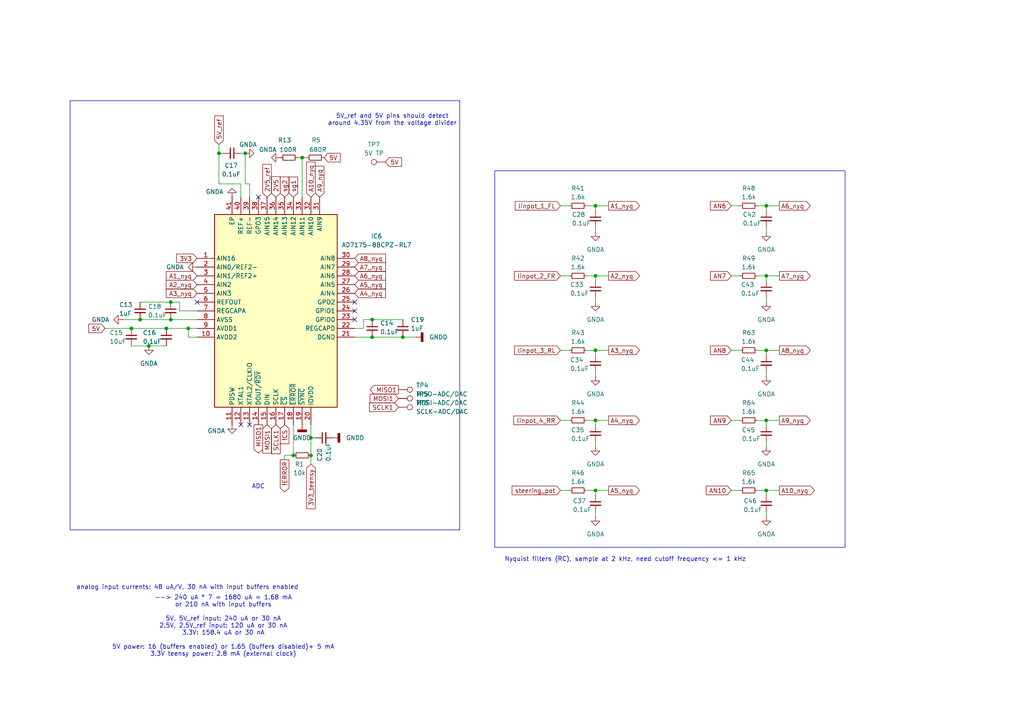
<source format=kicad_sch>
(kicad_sch (version 20250114) (generator "eeschema") (generator_version "9.0")
  (paper "A4")
  (lib_symbols
    (symbol "22XT_Main:AD7175-8BCPZ-RL7"
      (property "Reference" "IC" (at 41.91 17.78 0))
      (property "Value" "AD7175-8BCPZ-RL7" (at 41.91 15.24 0))
      (symbol "AD7175-8BCPZ-RL7_1_1"
        (rectangle (start 5.08 12.7) (end 40.64 -43.18) (stroke (width 0.254)) (fill (type background)))
        (pin passive line (at 0 0 0) (length 5.08) (name "AIN16") (number "1"))
        (pin passive line (at 0 -2.54 0) (length 5.08) (name "AIN0/REF2-") (number "2"))
        (pin passive line (at 0 -5.08 0) (length 5.08) (name "AIN1/REF2+") (number "3"))
        (pin passive line (at 0 -7.62 0) (length 5.08) (name "AIN2") (number "4"))
        (pin passive line (at 0 -10.16 0) (length 5.08) (name "AIN3") (number "5"))
        (pin passive line (at 0 -12.7 0) (length 5.08) (name "REFOUT") (number "6"))
        (pin passive line (at 0 -15.24 0) (length 5.08) (name "REGCAPA") (number "7"))
        (pin passive line (at 0 -17.78 0) (length 5.08) (name "AVSS") (number "8"))
        (pin passive line (at 0 -20.32 0) (length 5.08) (name "AVDD1") (number "9"))
        (pin passive line (at 0 -22.86 0) (length 5.08) (name "AVDD2") (number "10"))
        (pin passive line (at 10.16 17.78 270) (length 5.08) (name "EP") (number "41"))
        (pin passive line (at 10.16 -48.26 90) (length 5.08) (name "PDSW") (number "11"))
        (pin passive line (at 12.7 17.78 270) (length 5.08) (name "REF+") (number "40"))
        (pin passive line (at 12.7 -48.26 90) (length 5.08) (name "XTAL1") (number "12"))
        (pin passive line (at 15.24 17.78 270) (length 5.08) (name "REF-") (number "39"))
        (pin passive line (at 15.24 -48.26 90) (length 5.08) (name "XTAL2/CLKIO") (number "13"))
        (pin passive line (at 17.78 17.78 270) (length 5.08) (name "GPO3") (number "38"))
        (pin passive line (at 17.78 -48.26 90) (length 5.08) (name "DOUT/~{RDY}") (number "14"))
        (pin passive line (at 20.32 17.78 270) (length 5.08) (name "AIN15") (number "37"))
        (pin passive line (at 20.32 -48.26 90) (length 5.08) (name "DIN") (number "15"))
        (pin passive line (at 22.86 17.78 270) (length 5.08) (name "AIN14") (number "36"))
        (pin passive line (at 22.86 -48.26 90) (length 5.08) (name "SCLK") (number "16"))
        (pin passive line (at 25.4 17.78 270) (length 5.08) (name "AIN13") (number "35"))
        (pin passive line (at 25.4 -48.26 90) (length 5.08) (name "~{CS}") (number "17"))
        (pin passive line (at 27.94 17.78 270) (length 5.08) (name "AIN12") (number "34"))
        (pin passive line (at 27.94 -48.26 90) (length 5.08) (name "~{ERROR}") (number "18"))
        (pin passive line (at 30.48 17.78 270) (length 5.08) (name "AIN11") (number "33"))
        (pin passive line (at 30.48 -48.26 90) (length 5.08) (name "~{SYNC}") (number "19"))
        (pin passive line (at 33.02 17.78 270) (length 5.08) (name "AIN10") (number "32"))
        (pin passive line (at 33.02 -48.26 90) (length 5.08) (name "IOVDD") (number "20"))
        (pin passive line (at 35.56 17.78 270) (length 5.08) (name "AIN9") (number "31"))
        (pin passive line (at 45.72 0 180) (length 5.08) (name "AIN8") (number "30"))
        (pin passive line (at 45.72 -2.54 180) (length 5.08) (name "AIN7") (number "29"))
        (pin passive line (at 45.72 -5.08 180) (length 5.08) (name "AIN6") (number "28"))
        (pin passive line (at 45.72 -7.62 180) (length 5.08) (name "AIN5") (number "27"))
        (pin passive line (at 45.72 -10.16 180) (length 5.08) (name "AIN4") (number "26"))
        (pin passive line (at 45.72 -12.7 180) (length 5.08) (name "GPO2") (number "25"))
        (pin passive line (at 45.72 -15.24 180) (length 5.08) (name "GPIO1") (number "24"))
        (pin passive line (at 45.72 -17.78 180) (length 5.08) (name "GPIO0") (number "23"))
        (pin passive line (at 45.72 -20.32 180) (length 5.08) (name "REGCAPD") (number "22"))
        (pin passive line (at 45.72 -22.86 180) (length 5.08) (name "DGND") (number "21"))
      )
    )
    (symbol "Connector:TestPoint" (pin_numbers (hide yes)) (pin_names (offset 0.762) (hide yes))
      (property "Reference" "TP" (at 0 6.858 0))
      (property "Value" "TestPoint" (at 0 5.08 0))
      (symbol "TestPoint_0_1"
        (circle (center 0 3.302) (radius 0.762))
      )
      (symbol "TestPoint_1_1"
        (pin passive line (at 0 0 90) (length 2.54) (name "1") (number "1"))
      )
    )
    (symbol "Device:C_Small" (pin_numbers (hide yes)) (pin_names (offset 0.254) (hide yes))
      (property "Reference" "C" (at 0.254 1.778 0))
      (property "Value" "C_Small" (at 0.254 -2.032 0))
      (symbol "C_Small_0_1"
        (polyline (pts (xy -1.524 0.508) (xy 1.524 0.508)) (stroke (width 0.3048)))
        (polyline (pts (xy -1.524 -0.508) (xy 1.524 -0.508)) (stroke (width 0.3302)))
      )
      (symbol "C_Small_1_1"
        (pin passive line (at 0 2.54 270) (length 2.032) (name "~") (number "1"))
        (pin passive line (at 0 -2.54 90) (length 2.032) (name "~") (number "2"))
      )
    )
    (symbol "Device:R_Small" (pin_numbers (hide yes)) (pin_names (offset 0.254) (hide yes))
      (property "Reference" "R" (at 0.762 0.508 0))
      (property "Value" "R_Small" (at 0.762 -1.016 0))
      (symbol "R_Small_0_1"
        (rectangle (start -0.762 1.778) (end 0.762 -1.778) (stroke (width 0.2032)))
      )
      (symbol "R_Small_1_1"
        (pin passive line (at 0 2.54 270) (length 0.762) (name "~") (number "1"))
        (pin passive line (at 0 -2.54 90) (length 0.762) (name "~") (number "2"))
      )
    )
    (symbol "power:GND" (power) (pin_numbers (hide yes)) (pin_names (offset 0) (hide yes))
      (property "Value" "GND" (at 0 -3.81 0))
      (symbol "GND_0_1"
        (polyline (pts (xy 0 0) (xy 0 -1.27) (xy 1.27 -1.27) (xy 0 -2.54) (xy -1.27 -1.27) (xy 0 -1.27)))
      )
      (symbol "GND_1_1"
        (pin power_in line (at 0 0 270) (length 0) (name "~") (number "1"))
      )
    )
    (symbol "power:GNDA" (power) (pin_numbers (hide yes)) (pin_names (offset 0) (hide yes))
      (property "Value" "GNDA" (at 0 -3.81 0))
      (symbol "GNDA_0_1"
        (polyline (pts (xy 0 0) (xy 0 -1.27) (xy 1.27 -1.27) (xy 0 -2.54) (xy -1.27 -1.27) (xy 0 -1.27)))
      )
      (symbol "GNDA_1_1"
        (pin power_in line (at 0 0 270) (length 0) (name "~") (number "1"))
      )
    )
    (symbol "power:GNDD" (power) (pin_numbers (hide yes)) (pin_names (offset 0) (hide yes))
      (property "Value" "GNDD" (at 0 -3.175 0))
      (symbol "GNDD_0_1"
        (rectangle (start -1.27 -1.524) (end 1.27 -2.032) (stroke (width 0.254)) (fill (type outline)))
        (polyline (pts (xy 0 0) (xy 0 -1.524)))
      )
      (symbol "GNDD_1_1"
        (pin power_in line (at 0 0 270) (length 0) (name "~") (number "1"))
      )
    )
  )
  (rectangle (start 143.51 49.53) (end 245.11 158.75))
  (rectangle (start 20.32 29.21) (end 133.35 153.67))
  (text "ADC" (at 74.93 140.462 0) (effects (font (size 1.27 1.27)) (justify top)))
  (text "--> 240 uA * 7 = 1680 uA = 1.68 mA\nor 210 nA with input buffers\n\n5V, 5V_ref input: 240 uA or 30 nA\n2.5V, 2.5V_ref input: 120 uA or 30 nA\n3.3V: 158.4 uA or 30 nA\n\n5V power: 16 (buffers enabled) or 1.65 (buffers disabled)+ 5 mA\n3.3V teensy power: 2.8 mA (external clock)" (at 64.77 181.61 0) (effects (font (size 1.27 1.27))))
  (text "analog input currents: 48 uA/V, 30 nA with input buffers enabled\n" (at 54.356 170.434 0) (effects (font (size 1.27 1.27))))
  (text "Nyquist filters (RC), sample at 2 kHz, need cutoff frequency <= 1 kHz" (at 181.356 161.544 0) (effects (font (size 1.27 1.27)) (justify top)))
  (text "5V_ref and 5V pins should detect\naround 4.35V from the voltage divider\n" (at 113.792 33.02 0) (effects (font (size 1.27 1.27)) (justify top)))
  (junction (at 107.95 92.71))
  (junction (at 172.72 121.92))
  (junction (at 85.09 132.08))
  (junction (at 38.1 95.25))
  (junction (at 54.61 95.25))
  (junction (at 40.64 92.71))
  (junction (at 90.17 132.08))
  (junction (at 71.12 44.45))
  (junction (at 222.25 80.01))
  (junction (at 222.25 59.69))
  (junction (at 172.72 142.24))
  (junction (at 48.26 95.25))
  (junction (at 172.72 59.69))
  (junction (at 222.25 142.24))
  (junction (at 172.72 101.6))
  (junction (at 222.25 121.92))
  (junction (at 116.84 97.79))
  (junction (at 107.95 97.79))
  (junction (at 49.53 92.71))
  (junction (at 222.25 101.6))
  (junction (at 87.63 45.72))
  (junction (at 49.53 87.63))
  (junction (at 172.72 80.01))
  (junction (at 90.17 127))
  (junction (at 43.18 100.33))
  (junction (at 63.5 44.45))
  (no_connect (at 72.39 123.19))
  (no_connect (at 57.15 87.63))
  (no_connect (at 69.85 123.19))
  (no_connect (at 102.87 92.71))
  (no_connect (at 102.87 90.17))
  (no_connect (at 102.87 87.63))
  (no_connect (at 74.93 57.15))
  (wire (pts (xy 172.72 121.92) (xy 172.72 123.19)))
  (wire (pts (xy 162.56 101.6) (xy 165.1 101.6)))
  (wire (pts (xy 90.17 134.62) (xy 90.17 132.08)))
  (wire (pts (xy 102.87 95.25) (xy 105.41 95.25)))
  (wire (pts (xy 54.61 95.25) (xy 57.15 95.25)))
  (wire (pts (xy 162.56 121.92) (xy 165.1 121.92)))
  (wire (pts (xy 222.25 121.92) (xy 222.25 123.19)))
  (wire (pts (xy 30.48 95.25) (xy 38.1 95.25)))
  (wire (pts (xy 162.56 80.01) (xy 165.1 80.01)))
  (wire (pts (xy 172.72 59.69) (xy 176.53 59.69)))
  (wire (pts (xy 69.85 57.15) (xy 69.85 53.34)))
  (wire (pts (xy 43.18 100.33) (xy 48.26 100.33)))
  (wire (pts (xy 82.55 133.35) (xy 82.55 132.08)))
  (wire (pts (xy 172.72 148.59) (xy 172.72 149.86)))
  (wire (pts (xy 222.25 66.04) (xy 222.25 67.31)))
  (wire (pts (xy 172.72 128.27) (xy 172.72 129.54)))
  (wire (pts (xy 222.25 80.01) (xy 226.06 80.01)))
  (wire (pts (xy 85.09 123.19) (xy 85.09 132.08)))
  (wire (pts (xy 63.5 44.45) (xy 64.77 44.45)))
  (wire (pts (xy 105.41 92.71) (xy 107.95 92.71)))
  (wire (pts (xy 107.95 97.79) (xy 102.87 97.79)))
  (wire (pts (xy 49.53 92.71) (xy 57.15 92.71)))
  (wire (pts (xy 69.85 53.34) (xy 63.5 53.34)))
  (wire (pts (xy 222.25 59.69) (xy 226.06 59.69)))
  (wire (pts (xy 222.25 121.92) (xy 226.06 121.92)))
  (wire (pts (xy 170.18 80.01) (xy 172.72 80.01)))
  (wire (pts (xy 71.12 44.45) (xy 71.12 53.34)))
  (wire (pts (xy 69.85 44.45) (xy 71.12 44.45)))
  (wire (pts (xy 86.36 45.72) (xy 87.63 45.72)))
  (wire (pts (xy 172.72 142.24) (xy 172.72 143.51)))
  (wire (pts (xy 54.61 95.25) (xy 54.61 97.79)))
  (wire (pts (xy 172.72 142.24) (xy 176.53 142.24)))
  (wire (pts (xy 222.25 86.36) (xy 222.25 87.63)))
  (wire (pts (xy 72.39 53.34) (xy 72.39 57.15)))
  (wire (pts (xy 172.72 66.04) (xy 172.72 67.31)))
  (wire (pts (xy 38.1 100.33) (xy 43.18 100.33)))
  (wire (pts (xy 219.71 101.6) (xy 222.25 101.6)))
  (wire (pts (xy 222.25 59.69) (xy 222.25 60.96)))
  (wire (pts (xy 212.09 142.24) (xy 214.63 142.24)))
  (wire (pts (xy 172.72 101.6) (xy 172.72 102.87)))
  (wire (pts (xy 222.25 142.24) (xy 222.25 143.51)))
  (wire (pts (xy 170.18 121.92) (xy 172.72 121.92)))
  (wire (pts (xy 172.72 107.95) (xy 172.72 109.22)))
  (wire (pts (xy 219.71 59.69) (xy 222.25 59.69)))
  (wire (pts (xy 222.25 107.95) (xy 222.25 109.22)))
  (wire (pts (xy 222.25 80.01) (xy 222.25 81.28)))
  (wire (pts (xy 170.18 101.6) (xy 172.72 101.6)))
  (wire (pts (xy 40.64 92.71) (xy 49.53 92.71)))
  (wire (pts (xy 63.5 41.91) (xy 63.5 44.45)))
  (wire (pts (xy 170.18 59.69) (xy 172.72 59.69)))
  (wire (pts (xy 71.12 53.34) (xy 72.39 53.34)))
  (wire (pts (xy 54.61 97.79) (xy 57.15 97.79)))
  (wire (pts (xy 90.17 123.19) (xy 90.17 127)))
  (wire (pts (xy 107.95 97.79) (xy 116.84 97.79)))
  (wire (pts (xy 222.25 101.6) (xy 222.25 102.87)))
  (wire (pts (xy 219.71 142.24) (xy 222.25 142.24)))
  (wire (pts (xy 219.71 121.92) (xy 222.25 121.92)))
  (wire (pts (xy 212.09 59.69) (xy 214.63 59.69)))
  (wire (pts (xy 172.72 121.92) (xy 176.53 121.92)))
  (wire (pts (xy 162.56 142.24) (xy 165.1 142.24)))
  (wire (pts (xy 219.71 80.01) (xy 222.25 80.01)))
  (wire (pts (xy 162.56 59.69) (xy 165.1 59.69)))
  (wire (pts (xy 222.25 128.27) (xy 222.25 129.54)))
  (wire (pts (xy 222.25 148.59) (xy 222.25 149.86)))
  (wire (pts (xy 170.18 142.24) (xy 172.72 142.24)))
  (wire (pts (xy 90.17 127) (xy 91.44 127)))
  (wire (pts (xy 88.9 45.72) (xy 87.63 45.72)))
  (wire (pts (xy 63.5 53.34) (xy 63.5 44.45)))
  (wire (pts (xy 90.17 132.08) (xy 90.17 127)))
  (wire (pts (xy 40.64 87.63) (xy 49.53 87.63)))
  (wire (pts (xy 52.07 90.17) (xy 57.15 90.17)))
  (wire (pts (xy 105.41 95.25) (xy 105.41 92.71)))
  (wire (pts (xy 172.72 59.69) (xy 172.72 60.96)))
  (wire (pts (xy 172.72 80.01) (xy 176.53 80.01)))
  (wire (pts (xy 35.56 92.71) (xy 40.64 92.71)))
  (wire (pts (xy 212.09 101.6) (xy 214.63 101.6)))
  (wire (pts (xy 38.1 95.25) (xy 48.26 95.25)))
  (wire (pts (xy 212.09 80.01) (xy 214.63 80.01)))
  (wire (pts (xy 87.63 45.72) (xy 87.63 57.15)))
  (wire (pts (xy 107.95 92.71) (xy 116.84 92.71)))
  (wire (pts (xy 172.72 80.01) (xy 172.72 81.28)))
  (wire (pts (xy 222.25 142.24) (xy 226.06 142.24)))
  (wire (pts (xy 172.72 86.36) (xy 172.72 87.63)))
  (wire (pts (xy 82.55 132.08) (xy 85.09 132.08)))
  (wire (pts (xy 52.07 87.63) (xy 52.07 90.17)))
  (wire (pts (xy 48.26 95.25) (xy 54.61 95.25)))
  (wire (pts (xy 172.72 101.6) (xy 176.53 101.6)))
  (wire (pts (xy 49.53 87.63) (xy 52.07 87.63)))
  (wire (pts (xy 212.09 121.92) (xy 214.63 121.92)))
  (wire (pts (xy 116.84 97.79) (xy 120.65 97.79)))
  (wire (pts (xy 222.25 101.6) (xy 226.06 101.6)))
  (global_label "2V5" (shape input) (at 80.01 57.15 90) (property "Intersheetrefs" "${INTERSHEET_REFS}" (effects (hide yes))))
  (global_label "A6_nyq" (shape output) (at 226.06 59.69 0) (property "Intersheetrefs" "${INTERSHEET_REFS}" (effects (hide yes))))
  (global_label "5V" (shape input) (at 111.76 46.99 0) (property "Intersheetrefs" "${INTERSHEET_REFS}" (effects (hide yes))))
  (global_label "2V5_ref" (shape input) (at 77.47 57.15 90) (property "Intersheetrefs" "${INTERSHEET_REFS}" (effects (hide yes))))
  (global_label "A2_nyq" (shape input) (at 57.15 82.55 180) (property "Intersheetrefs" "${INTERSHEET_REFS}" (effects (hide yes))))
  (global_label "A7_nyq" (shape input) (at 102.87 77.47 0) (property "Intersheetrefs" "${INTERSHEET_REFS}" (effects (hide yes))))
  (global_label "A6_nyq" (shape input) (at 102.87 80.01 0) (property "Intersheetrefs" "${INTERSHEET_REFS}" (effects (hide yes))))
  (global_label "A3_nyq" (shape output) (at 176.53 101.6 0) (property "Intersheetrefs" "${INTERSHEET_REFS}" (effects (hide yes))))
  (global_label "A7_nyq" (shape output) (at 226.06 80.01 0) (property "Intersheetrefs" "${INTERSHEET_REFS}" (effects (hide yes))))
  (global_label "A5_nyq" (shape output) (at 176.53 142.24 0) (property "Intersheetrefs" "${INTERSHEET_REFS}" (effects (hide yes))))
  (global_label "A10_nyq" (shape output) (at 226.06 142.24 0) (property "Intersheetrefs" "${INTERSHEET_REFS}" (effects (hide yes))))
  (global_label "A1_nyq" (shape input) (at 57.15 80.01 180) (property "Intersheetrefs" "${INTERSHEET_REFS}" (effects (hide yes))))
  (global_label "SCLK1" (shape input) (at 80.01 123.19 270) (property "Intersheetrefs" "${INTERSHEET_REFS}" (effects (hide yes))))
  (global_label "5V_ref" (shape input) (at 63.5 41.91 90) (property "Intersheetrefs" "${INTERSHEET_REFS}" (effects (hide yes))))
  (global_label "A5_nyq" (shape input) (at 102.87 82.55 0) (property "Intersheetrefs" "${INTERSHEET_REFS}" (effects (hide yes))))
  (global_label "linpot_2_FR" (shape input) (at 162.56 80.01 180) (property "Intersheetrefs" "${INTERSHEET_REFS}" (effects (hide yes))))
  (global_label "A8_nyq" (shape input) (at 102.87 74.93 0) (property "Intersheetrefs" "${INTERSHEET_REFS}" (effects (hide yes))))
  (global_label "3V3_teensy" (shape input) (at 90.17 134.62 270) (property "Intersheetrefs" "${INTERSHEET_REFS}" (effects (hide yes))))
  (global_label "A4_nyq" (shape output) (at 176.53 121.92 0) (property "Intersheetrefs" "${INTERSHEET_REFS}" (effects (hide yes))))
  (global_label "MISO1" (shape output) (at 115.57 113.03 180) (property "Intersheetrefs" "${INTERSHEET_REFS}" (effects (hide yes))))
  (global_label "A9_nyq" (shape input) (at 92.71 57.15 90) (property "Intersheetrefs" "${INTERSHEET_REFS}" (effects (hide yes))))
  (global_label "AN6" (shape input) (at 212.09 59.69 180) (property "Intersheetrefs" "${INTERSHEET_REFS}" (effects (hide yes))))
  (global_label "A10_nyq" (shape input) (at 90.17 57.15 90) (property "Intersheetrefs" "${INTERSHEET_REFS}" (effects (hide yes))))
  (global_label "AN8" (shape input) (at 212.09 101.6 180) (property "Intersheetrefs" "${INTERSHEET_REFS}" (effects (hide yes))))
  (global_label "SCLK1" (shape input) (at 115.57 118.11 180) (property "Intersheetrefs" "${INTERSHEET_REFS}" (effects (hide yes))))
  (global_label "A2_nyq" (shape output) (at 176.53 80.01 0) (property "Intersheetrefs" "${INTERSHEET_REFS}" (effects (hide yes))))
  (global_label "!ERROR" (shape output) (at 82.55 133.35 270) (property "Intersheetrefs" "${INTERSHEET_REFS}" (effects (hide yes))))
  (global_label "MISO1" (shape output) (at 74.93 123.19 270) (property "Intersheetrefs" "${INTERSHEET_REFS}" (effects (hide yes))))
  (global_label "A8_nyq" (shape output) (at 226.06 101.6 0) (property "Intersheetrefs" "${INTERSHEET_REFS}" (effects (hide yes))))
  (global_label "MOSI1" (shape input) (at 77.47 123.19 270) (property "Intersheetrefs" "${INTERSHEET_REFS}" (effects (hide yes))))
  (global_label "A9_nyq" (shape output) (at 226.06 121.92 0) (property "Intersheetrefs" "${INTERSHEET_REFS}" (effects (hide yes))))
  (global_label "AN7" (shape input) (at 212.09 80.01 180) (property "Intersheetrefs" "${INTERSHEET_REFS}" (effects (hide yes))))
  (global_label "linpot_1_FL" (shape input) (at 162.56 59.69 180) (property "Intersheetrefs" "${INTERSHEET_REFS}" (effects (hide yes))))
  (global_label "AN9" (shape input) (at 212.09 121.92 180) (property "Intersheetrefs" "${INTERSHEET_REFS}" (effects (hide yes))))
  (global_label "AN10" (shape input) (at 212.09 142.24 180) (property "Intersheetrefs" "${INTERSHEET_REFS}" (effects (hide yes))))
  (global_label "sg2" (shape input) (at 82.55 57.15 90) (property "Intersheetrefs" "${INTERSHEET_REFS}" (effects (hide yes))))
  (global_label "MOSI1" (shape input) (at 115.57 115.57 180) (property "Intersheetrefs" "${INTERSHEET_REFS}" (effects (hide yes))))
  (global_label "A1_nyq" (shape output) (at 176.53 59.69 0) (property "Intersheetrefs" "${INTERSHEET_REFS}" (effects (hide yes))))
  (global_label "sg1" (shape input) (at 85.09 57.15 90) (property "Intersheetrefs" "${INTERSHEET_REFS}" (effects (hide yes))))
  (global_label "A4_nyq" (shape input) (at 102.87 85.09 0) (property "Intersheetrefs" "${INTERSHEET_REFS}" (effects (hide yes))))
  (global_label "3V3" (shape input) (at 57.15 74.93 180) (property "Intersheetrefs" "${INTERSHEET_REFS}" (effects (hide yes))))
  (global_label "linpot_4_RR" (shape input) (at 162.56 121.92 180) (property "Intersheetrefs" "${INTERSHEET_REFS}" (effects (hide yes))))
  (global_label "5V" (shape input) (at 93.98 45.72 0) (property "Intersheetrefs" "${INTERSHEET_REFS}" (effects (hide yes))))
  (global_label "!CS" (shape input) (at 82.55 123.19 270) (property "Intersheetrefs" "${INTERSHEET_REFS}" (effects (hide yes))))
  (global_label "A3_nyq" (shape input) (at 57.15 85.09 180) (property "Intersheetrefs" "${INTERSHEET_REFS}" (effects (hide yes))))
  (global_label "steering_pot" (shape input) (at 162.56 142.24 180) (property "Intersheetrefs" "${INTERSHEET_REFS}" (effects (hide yes))))
  (global_label "linpot_3_RL" (shape input) (at 162.56 101.6 180) (property "Intersheetrefs" "${INTERSHEET_REFS}" (effects (hide yes))))
  (global_label "5V" (shape input) (at 30.48 95.25 180) (property "Intersheetrefs" "${INTERSHEET_REFS}" (effects (hide yes))))
  (symbol (lib_id "Device:C_Small") (at 67.31 44.45 270) (unit 1)
    (property "Reference" "C17" (at 67.056 48.006 90))
    (property "Value" "0.1uF" (at 67.056 50.546 90))
    (property "Footprint" "Capacitor_SMD:C_0402_1005Metric" (effects (hide yes)))
    (property "Description" "Unpolarized capacitor, small symbol" (effects (hide yes)))
  )
  (symbol (lib_id "Device:C_Small") (at 222.25 105.41 0) (unit 1)
    (property "Reference" "C44" (at 214.884 104.394 0) (effects (justify left)))
    (property "Value" "0.1uF" (at 214.884 106.934 0) (effects (justify left)))
    (property "Footprint" "Capacitor_SMD:C_0402_1005Metric" (effects (hide yes)))
    (property "Description" "Unpolarized capacitor, small symbol" (effects (hide yes)))
  )
  (symbol (lib_id "Device:C_Small") (at 222.25 125.73 0) (unit 1)
    (property "Reference" "C45" (at 215.138 124.714 0) (effects (justify left)))
    (property "Value" "0.1uF" (at 215.138 127.254 0) (effects (justify left)))
    (property "Footprint" "Capacitor_SMD:C_0402_1005Metric" (effects (hide yes)))
    (property "Description" "Unpolarized capacitor, small symbol" (effects (hide yes)))
  )
  (symbol (lib_id "Device:R_Small") (at 167.64 101.6 270) (unit 1)
    (property "Reference" "R43" (at 167.64 96.52 90))
    (property "Value" "1.6k" (at 167.64 99.06 90))
    (property "Footprint" "Resistor_SMD:R_0402_1005Metric" (effects (hide yes)))
    (property "Description" "Resistor, small symbol" (effects (hide yes)))
  )
  (symbol (lib_id "Device:R_Small") (at 167.64 59.69 270) (unit 1)
    (property "Reference" "R41" (at 167.64 54.61 90))
    (property "Value" "1.6k" (at 167.64 57.15 90))
    (property "Footprint" "Resistor_SMD:R_0402_1005Metric" (effects (hide yes)))
    (property "Description" "Resistor, small symbol" (effects (hide yes)))
  )
  (symbol (lib_id "Device:C_Small") (at 116.84 95.25 0) (unit 1)
    (property "Reference" "C19" (at 119.126 92.71 0) (effects (justify left)))
    (property "Value" "1uF" (at 119.126 95.25 0) (effects (justify left)))
    (property "Footprint" "Capacitor_SMD:C_0402_1005Metric" (effects (hide yes)))
    (property "Description" "Unpolarized capacitor, small symbol" (effects (hide yes)))
  )
  (symbol (lib_id "power:GND") (at 67.31 57.15 180) (unit 1)
    (property "Reference" "#PWR016" (effects (hide yes)))
    (property "Value" "GNDA" (at 62.23 55.626 0))
    (property "Description" "Power symbol creates a global label with name \"GND\" , ground" (effects (hide yes)))
  )
  (symbol (lib_id "power:GNDA") (at 172.72 129.54 0) (unit 1)
    (property "Reference" "#PWR06" (effects (hide yes)))
    (property "Value" "GNDA" (at 172.72 134.62 0))
    (property "Description" "Power symbol creates a global label with name \"GNDA\" , analog ground" (effects (hide yes)))
  )
  (symbol (lib_id "Device:R_Small") (at 167.64 121.92 270) (unit 1)
    (property "Reference" "R44" (at 167.64 116.84 90))
    (property "Value" "1.6k" (at 167.64 119.38 90))
    (property "Footprint" "Resistor_SMD:R_0402_1005Metric" (effects (hide yes)))
    (property "Description" "Resistor, small symbol" (effects (hide yes)))
  )
  (symbol (lib_id "power:GNDA") (at 222.25 87.63 0) (unit 1)
    (property "Reference" "#PWR060" (effects (hide yes)))
    (property "Value" "GNDA" (at 222.25 92.71 0))
    (property "Description" "Power symbol creates a global label with name \"GNDA\" , analog ground" (effects (hide yes)))
  )
  (symbol (lib_id "Device:R_Small") (at 217.17 101.6 270) (unit 1)
    (property "Reference" "R63" (at 217.17 96.52 90))
    (property "Value" "1.6k" (at 217.17 99.06 90))
    (property "Footprint" "Resistor_SMD:R_0402_1005Metric" (effects (hide yes)))
    (property "Description" "Resistor, small symbol" (effects (hide yes)))
  )
  (symbol (lib_id "Device:R_Small") (at 87.63 132.08 90) (unit 1)
    (property "Reference" "R1" (at 86.868 134.62 90))
    (property "Value" "10k" (at 86.868 137.16 90))
    (property "Footprint" "Resistor_SMD:R_0402_1005Metric" (effects (hide yes)))
    (property "Description" "Resistor, small symbol" (effects (hide yes)))
  )
  (symbol (lib_id "power:GNDA") (at 172.72 67.31 0) (unit 1)
    (property "Reference" "#PWR03" (effects (hide yes)))
    (property "Value" "GNDA" (at 172.72 72.39 0))
    (property "Description" "Power symbol creates a global label with name \"GNDA\" , analog ground" (effects (hide yes)))
  )
  (symbol (lib_id "Device:C_Small") (at 49.53 90.17 0) (unit 1)
    (property "Reference" "C18" (at 42.926 88.9 0) (effects (justify left)))
    (property "Value" "0.1uF" (at 42.926 91.44 0) (effects (justify left)))
    (property "Footprint" "Capacitor_SMD:C_0402_1005Metric" (effects (hide yes)))
    (property "Description" "Unpolarized capacitor, small symbol" (effects (hide yes)))
  )
  (symbol (lib_id "Device:R_Small") (at 217.17 142.24 270) (unit 1)
    (property "Reference" "R65" (at 217.17 137.16 90))
    (property "Value" "1.6k" (at 217.17 139.7 90))
    (property "Footprint" "Resistor_SMD:R_0402_1005Metric" (effects (hide yes)))
    (property "Description" "Resistor, small symbol" (effects (hide yes)))
  )
  (symbol (lib_id "Device:C_Small") (at 93.98 127 90) (unit 1)
    (property "Reference" "C20" (at 92.71 133.858 0) (effects (justify left)))
    (property "Value" "0.1uF" (at 95.25 133.858 0) (effects (justify left)))
    (property "Footprint" "Capacitor_SMD:C_0402_1005Metric" (effects (hide yes)))
    (property "Description" "Unpolarized capacitor, small symbol" (effects (hide yes)))
  )
  (symbol (lib_id "power:GNDD") (at 96.52 127 90) (unit 1)
    (property "Reference" "#PWR023" (effects (hide yes)))
    (property "Value" "GNDD" (at 100.33 126.9999 90) (effects (justify right)))
    (property "Description" "Power symbol creates a global label with name \"GNDD\" , digital ground" (effects (hide yes)))
  )
  (symbol (lib_id "Device:C_Small") (at 40.64 90.17 0) (unit 1)
    (property "Reference" "C13" (at 34.544 88.392 0) (effects (justify left)))
    (property "Value" "1uF" (at 34.544 90.932 0) (effects (justify left)))
    (property "Footprint" "Capacitor_SMD:C_0402_1005Metric" (effects (hide yes)))
    (property "Description" "Unpolarized capacitor, small symbol" (effects (hide yes)))
  )
  (symbol (lib_id "power:GNDA") (at 222.25 129.54 0) (unit 1)
    (property "Reference" "#PWR062" (effects (hide yes)))
    (property "Value" "GNDA" (at 222.25 134.62 0))
    (property "Description" "Power symbol creates a global label with name \"GNDA\" , analog ground" (effects (hide yes)))
  )
  (symbol (lib_id "Device:C_Small") (at 222.25 63.5 0) (unit 1)
    (property "Reference" "C42" (at 215.392 62.23 0) (effects (justify left)))
    (property "Value" "0.1uF" (at 215.392 64.77 0) (effects (justify left)))
    (property "Footprint" "Capacitor_SMD:C_0402_1005Metric" (effects (hide yes)))
    (property "Description" "Unpolarized capacitor, small symbol" (effects (hide yes)))
  )
  (symbol (lib_id "Device:C_Small") (at 107.95 95.25 0) (unit 1)
    (property "Reference" "C14" (at 110.236 93.726 0) (effects (justify left)))
    (property "Value" "0.1uF" (at 110.236 96.266 0) (effects (justify left)))
    (property "Footprint" "Capacitor_SMD:C_0402_1005Metric" (effects (hide yes)))
    (property "Description" "Unpolarized capacitor, small symbol" (effects (hide yes)))
  )
  (symbol (lib_id "power:GNDA") (at 172.72 149.86 0) (unit 1)
    (property "Reference" "#PWR08" (effects (hide yes)))
    (property "Value" "GNDA" (at 172.72 154.94 0))
    (property "Description" "Power symbol creates a global label with name \"GNDA\" , analog ground" (effects (hide yes)))
  )
  (symbol (lib_id "power:GNDA") (at 81.28 45.72 270) (unit 1)
    (property "Reference" "#PWR025" (effects (hide yes)))
    (property "Value" "GNDA" (at 80.264 43.434 90) (effects (justify right)))
    (property "Description" "Power symbol creates a global label with name \"GNDA\" , analog ground" (effects (hide yes)))
  )
  (symbol (lib_id "power:GNDA") (at 222.25 67.31 0) (unit 1)
    (property "Reference" "#PWR045" (effects (hide yes)))
    (property "Value" "GNDA" (at 222.25 72.39 0))
    (property "Description" "Power symbol creates a global label with name \"GNDA\" , analog ground" (effects (hide yes)))
  )
  (symbol (lib_id "Connector:TestPoint") (at 115.57 118.11 270) (unit 1)
    (property "Reference" "TP6" (at 120.65 116.8399 90) (effects (justify left)))
    (property "Value" "SCLK-ADC/DAC" (at 120.65 119.3799 90) (effects (justify left)))
    (property "Footprint" "TestPoint:TestPoint_Pad_1.0x1.0mm" (effects (hide yes)))
    (property "Description" "test point" (effects (hide yes)))
  )
  (symbol (lib_id "Connector:TestPoint") (at 115.57 115.57 270) (unit 1)
    (property "Reference" "TP5" (at 120.65 114.2999 90) (effects (justify left)))
    (property "Value" "MOSI-ADC/DAC" (at 120.65 116.8399 90) (effects (justify left)))
    (property "Footprint" "TestPoint:TestPoint_Pad_1.0x1.0mm" (effects (hide yes)))
    (property "Description" "test point" (effects (hide yes)))
  )
  (symbol (lib_id "power:GNDA") (at 222.25 149.86 0) (unit 1)
    (property "Reference" "#PWR064" (effects (hide yes)))
    (property "Value" "GNDA" (at 222.25 154.94 0))
    (property "Description" "Power symbol creates a global label with name \"GNDA\" , analog ground" (effects (hide yes)))
  )
  (symbol (lib_id "Device:C_Small") (at 172.72 83.82 0) (unit 1)
    (property "Reference" "C33" (at 165.354 82.55 0) (effects (justify left)))
    (property "Value" "0.1uF" (at 165.354 85.09 0) (effects (justify left)))
    (property "Footprint" "Capacitor_SMD:C_0402_1005Metric" (effects (hide yes)))
    (property "Description" "Unpolarized capacitor, small symbol" (effects (hide yes)))
  )
  (symbol (lib_id "Device:C_Small") (at 172.72 105.41 0) (unit 1)
    (property "Reference" "C34" (at 165.354 104.394 0) (effects (justify left)))
    (property "Value" "0.1uF" (at 165.354 106.934 0) (effects (justify left)))
    (property "Footprint" "Capacitor_SMD:C_0402_1005Metric" (effects (hide yes)))
    (property "Description" "Unpolarized capacitor, small symbol" (effects (hide yes)))
  )
  (symbol (lib_id "power:GND") (at 67.31 123.19 0) (unit 1)
    (property "Reference" "#PWR022" (effects (hide yes)))
    (property "Value" "GNDA" (at 62.738 124.968 0))
    (property "Description" "Power symbol creates a global label with name \"GND\" , ground" (effects (hide yes)))
  )
  (symbol (lib_id "Device:R_Small") (at 83.82 45.72 270) (unit 1)
    (property "Reference" "R13" (at 82.55 40.64 90))
    (property "Value" "100R" (at 83.566 43.434 90))
    (property "Footprint" "Resistor_SMD:R_0402_1005Metric" (effects (hide yes)))
    (property "Description" "Resistor, small symbol" (effects (hide yes)))
  )
  (symbol (lib_id "Device:R_Small") (at 167.64 80.01 270) (unit 1)
    (property "Reference" "R42" (at 167.64 74.93 90))
    (property "Value" "1.6k" (at 167.64 77.47 90))
    (property "Footprint" "Resistor_SMD:R_0402_1005Metric" (effects (hide yes)))
    (property "Description" "Resistor, small symbol" (effects (hide yes)))
  )
  (symbol (lib_id "Device:C_Small") (at 222.25 83.82 0) (unit 1)
    (property "Reference" "C43" (at 214.884 82.55 0) (effects (justify left)))
    (property "Value" "0.1uF" (at 214.884 85.09 0) (effects (justify left)))
    (property "Footprint" "Capacitor_SMD:C_0402_1005Metric" (effects (hide yes)))
    (property "Description" "Unpolarized capacitor, small symbol" (effects (hide yes)))
  )
  (symbol (lib_id "Device:C_Small") (at 48.26 97.79 0) (unit 1)
    (property "Reference" "C16" (at 41.402 96.52 0) (effects (justify left)))
    (property "Value" "0.1uF" (at 41.402 99.06 0) (effects (justify left)))
    (property "Footprint" "Capacitor_SMD:C_0402_1005Metric" (effects (hide yes)))
    (property "Description" "Unpolarized capacitor, small symbol" (effects (hide yes)))
  )
  (symbol (lib_id "Connector:TestPoint") (at 111.76 46.99 90) (unit 1)
    (property "Reference" "TP7" (at 108.458 41.91 90))
    (property "Value" "5V TP" (at 108.458 44.45 90))
    (property "Footprint" "TestPoint:TestPoint_Pad_1.0x1.0mm" (effects (hide yes)))
    (property "Description" "test point" (effects (hide yes)))
  )
  (symbol (lib_id "power:GNDA") (at 71.12 44.45 90) (unit 1)
    (property "Reference" "#PWR020" (effects (hide yes)))
    (property "Value" "GNDA" (at 69.342 41.91 90) (effects (justify right)))
    (property "Description" "Power symbol creates a global label with name \"GNDA\" , analog ground" (effects (hide yes)))
  )
  (symbol (lib_id "Device:R_Small") (at 217.17 59.69 270) (unit 1)
    (property "Reference" "R48" (at 217.17 54.61 90))
    (property "Value" "1.6k" (at 217.17 57.15 90))
    (property "Footprint" "Resistor_SMD:R_0402_1005Metric" (effects (hide yes)))
    (property "Description" "Resistor, small symbol" (effects (hide yes)))
  )
  (symbol (lib_id "Device:R_Small") (at 217.17 80.01 270) (unit 1)
    (property "Reference" "R49" (at 217.17 74.93 90))
    (property "Value" "1.6k" (at 217.17 77.47 90))
    (property "Footprint" "Resistor_SMD:R_0402_1005Metric" (effects (hide yes)))
    (property "Description" "Resistor, small symbol" (effects (hide yes)))
  )
  (symbol (lib_id "Device:C_Small") (at 38.1 97.79 0) (unit 1)
    (property "Reference" "C15" (at 31.75 96.52 0) (effects (justify left)))
    (property "Value" "10uF" (at 31.75 99.06 0) (effects (justify left)))
    (property "Footprint" "Capacitor_SMD:C_0402_1005Metric" (effects (hide yes)))
    (property "Description" "Unpolarized capacitor, small symbol" (effects (hide yes)))
  )
  (symbol (lib_id "22XT_Main:AD7175-8BCPZ-RL7") (at 57.15 74.93 0) (unit 1)
    (property "Reference" "IC6" (at 109.22 68.5098 0))
    (property "Value" "AD7175-8BCPZ-RL7" (at 109.22 71.0498 0))
    (property "Footprint" "QFN50P600X600X80-41N-D" (effects (hide yes)))
    (property "Datasheet" "https://componentsearchengine.com/Datasheets/2/AD7175-8BCPZ-RL7.pdf" (effects (hide yes)))
    (property "Description" "Analog to Digital Converters - ADC 250ksps 8 input Sigma Delta ADC" (effects (hide yes)))
    (property "Height" "0.8" (effects (hide yes)))
    (property "Mouser Part Number" "584-AD7175-8BCPZ-RL7" (effects (hide yes)))
    (property "Mouser Price/Stock" "https://www.mouser.co.uk/ProductDetail/Analog-Devices/AD7175-8BCPZ-RL7?qs=JeIcUl65ClCxXjl02vXI6Q%3D%3D" (effects (hide yes)))
    (property "Manufacturer_Name" "Analog Devices" (effects (hide yes)))
    (property "Manufacturer_Part_Number" "AD7175-8BCPZ-RL7" (effects (hide yes)))
  )
  (symbol (lib_id "power:GNDA") (at 172.72 109.22 0) (unit 1)
    (property "Reference" "#PWR05" (effects (hide yes)))
    (property "Value" "GNDA" (at 172.72 114.3 0))
    (property "Description" "Power symbol creates a global label with name \"GNDA\" , analog ground" (effects (hide yes)))
  )
  (symbol (lib_id "power:GND") (at 35.56 92.71 270) (unit 1)
    (property "Reference" "#PWR018" (effects (hide yes)))
    (property "Value" "GNDA" (at 31.75 92.7099 90) (effects (justify right)))
    (property "Description" "Power symbol creates a global label with name \"GND\" , ground" (effects (hide yes)))
  )
  (symbol (lib_id "power:GNDD") (at 120.65 97.79 90) (unit 1)
    (property "Reference" "#PWR024" (effects (hide yes)))
    (property "Value" "GNDD" (at 124.46 97.7899 90) (effects (justify right)))
    (property "Description" "Power symbol creates a global label with name \"GNDD\" , digital ground" (effects (hide yes)))
  )
  (symbol (lib_id "Device:R_Small") (at 167.64 142.24 270) (unit 1)
    (property "Reference" "R46" (at 167.64 137.16 90))
    (property "Value" "1.6k" (at 167.64 139.7 90))
    (property "Footprint" "Resistor_SMD:R_0402_1005Metric" (effects (hide yes)))
    (property "Description" "Resistor, small symbol" (effects (hide yes)))
  )
  (symbol (lib_id "power:GNDA") (at 222.25 109.22 0) (unit 1)
    (property "Reference" "#PWR061" (effects (hide yes)))
    (property "Value" "GNDA" (at 222.25 114.3 0))
    (property "Description" "Power symbol creates a global label with name \"GNDA\" , analog ground" (effects (hide yes)))
  )
  (symbol (lib_id "Device:R_Small") (at 91.44 45.72 270) (unit 1)
    (property "Reference" "R5" (at 91.694 40.64 90))
    (property "Value" "680R" (at 92.202 43.434 90))
    (property "Footprint" "Resistor_SMD:R_0402_1005Metric" (effects (hide yes)))
    (property "Description" "Resistor, small symbol" (effects (hide yes)))
  )
  (symbol (lib_id "power:GND") (at 43.18 100.33 0) (unit 1)
    (property "Reference" "#PWR021" (effects (hide yes)))
    (property "Value" "GNDA" (at 43.18 105.41 0))
    (property "Description" "Power symbol creates a global label with name \"GND\" , ground" (effects (hide yes)))
  )
  (symbol (lib_id "Connector:TestPoint") (at 115.57 113.03 270) (unit 1)
    (property "Reference" "TP4" (at 120.65 111.7599 90) (effects (justify left)))
    (property "Value" "MISO-ADC/DAC" (at 120.65 114.2999 90) (effects (justify left)))
    (property "Footprint" "TestPoint:TestPoint_Pad_1.0x1.0mm" (effects (hide yes)))
    (property "Description" "test point" (effects (hide yes)))
  )
  (symbol (lib_id "Device:R_Small") (at 217.17 121.92 270) (unit 1)
    (property "Reference" "R64" (at 217.17 116.84 90))
    (property "Value" "1.6k" (at 217.17 119.38 90))
    (property "Footprint" "Resistor_SMD:R_0402_1005Metric" (effects (hide yes)))
    (property "Description" "Resistor, small symbol" (effects (hide yes)))
  )
  (symbol (lib_id "Device:C_Small") (at 222.25 146.05 0) (unit 1)
    (property "Reference" "C46" (at 215.646 145.288 0) (effects (justify left)))
    (property "Value" "0.1uF" (at 215.646 147.828 0) (effects (justify left)))
    (property "Footprint" "Capacitor_SMD:C_0402_1005Metric" (effects (hide yes)))
    (property "Description" "Unpolarized capacitor, small symbol" (effects (hide yes)))
  )
  (symbol (lib_id "power:GND") (at 57.15 77.47 270) (unit 1)
    (property "Reference" "#PWR019" (effects (hide yes)))
    (property "Value" "GNDA" (at 53.34 77.4699 90) (effects (justify right)))
    (property "Description" "Power symbol creates a global label with name \"GND\" , ground" (effects (hide yes)))
  )
  (symbol (lib_id "power:GNDA") (at 172.72 87.63 0) (unit 1)
    (property "Reference" "#PWR04" (effects (hide yes)))
    (property "Value" "GNDA" (at 172.72 92.71 0))
    (property "Description" "Power symbol creates a global label with name \"GNDA\" , analog ground" (effects (hide yes)))
  )
  (symbol (lib_id "power:GNDD") (at 87.63 123.19 0) (unit 1)
    (property "Reference" "#PWR015" (effects (hide yes)))
    (property "Value" "GNDD" (at 87.63 127 0))
    (property "Description" "Power symbol creates a global label with name \"GNDD\" , digital ground" (effects (hide yes)))
  )
  (symbol (lib_id "Device:C_Small") (at 172.72 63.5 0) (unit 1)
    (property "Reference" "C28" (at 165.862 62.23 0) (effects (justify left)))
    (property "Value" "0.1uF" (at 165.862 64.77 0) (effects (justify left)))
    (property "Footprint" "Capacitor_SMD:C_0402_1005Metric" (effects (hide yes)))
    (property "Description" "Unpolarized capacitor, small symbol" (effects (hide yes)))
  )
  (symbol (lib_id "Device:C_Small") (at 172.72 146.05 0) (unit 1)
    (property "Reference" "C37" (at 166.116 145.288 0) (effects (justify left)))
    (property "Value" "0.1uF" (at 166.116 147.828 0) (effects (justify left)))
    (property "Footprint" "Capacitor_SMD:C_0402_1005Metric" (effects (hide yes)))
    (property "Description" "Unpolarized capacitor, small symbol" (effects (hide yes)))
  )
  (symbol (lib_id "Device:C_Small") (at 172.72 125.73 0) (unit 1)
    (property "Reference" "C35" (at 165.608 124.714 0) (effects (justify left)))
    (property "Value" "0.1uF" (at 165.608 127.254 0) (effects (justify left)))
    (property "Footprint" "Capacitor_SMD:C_0402_1005Metric" (effects (hide yes)))
    (property "Description" "Unpolarized capacitor, small symbol" (effects (hide yes)))
  )
)
</source>
